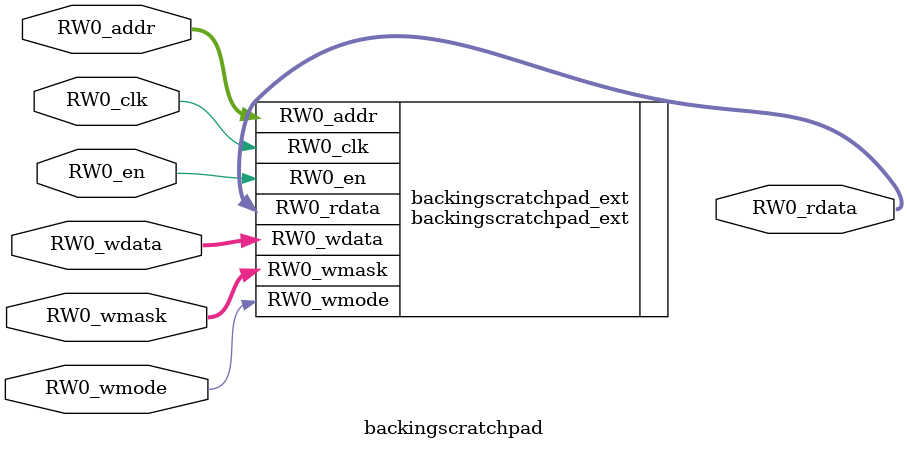
<source format=sv>
`ifndef RANDOMIZE
  `ifdef RANDOMIZE_REG_INIT
    `define RANDOMIZE
  `endif // RANDOMIZE_REG_INIT
`endif // not def RANDOMIZE
`ifndef RANDOMIZE
  `ifdef RANDOMIZE_MEM_INIT
    `define RANDOMIZE
  `endif // RANDOMIZE_MEM_INIT
`endif // not def RANDOMIZE

`ifndef RANDOM
  `define RANDOM $random
`endif // not def RANDOM

// Users can define 'PRINTF_COND' to add an extra gate to prints.
`ifndef PRINTF_COND_
  `ifdef PRINTF_COND
    `define PRINTF_COND_ (`PRINTF_COND)
  `else  // PRINTF_COND
    `define PRINTF_COND_ 1
  `endif // PRINTF_COND
`endif // not def PRINTF_COND_

// Users can define 'ASSERT_VERBOSE_COND' to add an extra gate to assert error printing.
`ifndef ASSERT_VERBOSE_COND_
  `ifdef ASSERT_VERBOSE_COND
    `define ASSERT_VERBOSE_COND_ (`ASSERT_VERBOSE_COND)
  `else  // ASSERT_VERBOSE_COND
    `define ASSERT_VERBOSE_COND_ 1
  `endif // ASSERT_VERBOSE_COND
`endif // not def ASSERT_VERBOSE_COND_

// Users can define 'STOP_COND' to add an extra gate to stop conditions.
`ifndef STOP_COND_
  `ifdef STOP_COND
    `define STOP_COND_ (`STOP_COND)
  `else  // STOP_COND
    `define STOP_COND_ 1
  `endif // STOP_COND
`endif // not def STOP_COND_

// Users can define INIT_RANDOM as general code that gets injected into the
// initializer block for modules with registers.
`ifndef INIT_RANDOM
  `define INIT_RANDOM
`endif // not def INIT_RANDOM

// If using random initialization, you can also define RANDOMIZE_DELAY to
// customize the delay used, otherwise 0.002 is used.
`ifndef RANDOMIZE_DELAY
  `define RANDOMIZE_DELAY 0.002
`endif // not def RANDOMIZE_DELAY

// Define INIT_RANDOM_PROLOG_ for use in our modules below.
`ifndef INIT_RANDOM_PROLOG_
  `ifdef RANDOMIZE
    `ifdef VERILATOR
      `define INIT_RANDOM_PROLOG_ `INIT_RANDOM
    `else  // VERILATOR
      `define INIT_RANDOM_PROLOG_ `INIT_RANDOM #`RANDOMIZE_DELAY begin end
    `endif // VERILATOR
  `else  // RANDOMIZE
    `define INIT_RANDOM_PROLOG_
  `endif // RANDOMIZE
`endif // not def INIT_RANDOM_PROLOG_

module backingscratchpad(	// @[DescribedSRAM.scala:17:26]
  input  [12:0] RW0_addr,
  input         RW0_en,
                RW0_clk,
                RW0_wmode,
  input  [63:0] RW0_wdata,
  input  [7:0]  RW0_wmask,
  output [63:0] RW0_rdata
);

  backingscratchpad_ext backingscratchpad_ext (	// @[DescribedSRAM.scala:17:26]
    .RW0_addr  (RW0_addr),
    .RW0_en    (RW0_en),
    .RW0_clk   (RW0_clk),
    .RW0_wmode (RW0_wmode),
    .RW0_wdata (RW0_wdata),
    .RW0_wmask (RW0_wmask),
    .RW0_rdata (RW0_rdata)
  );
endmodule


</source>
